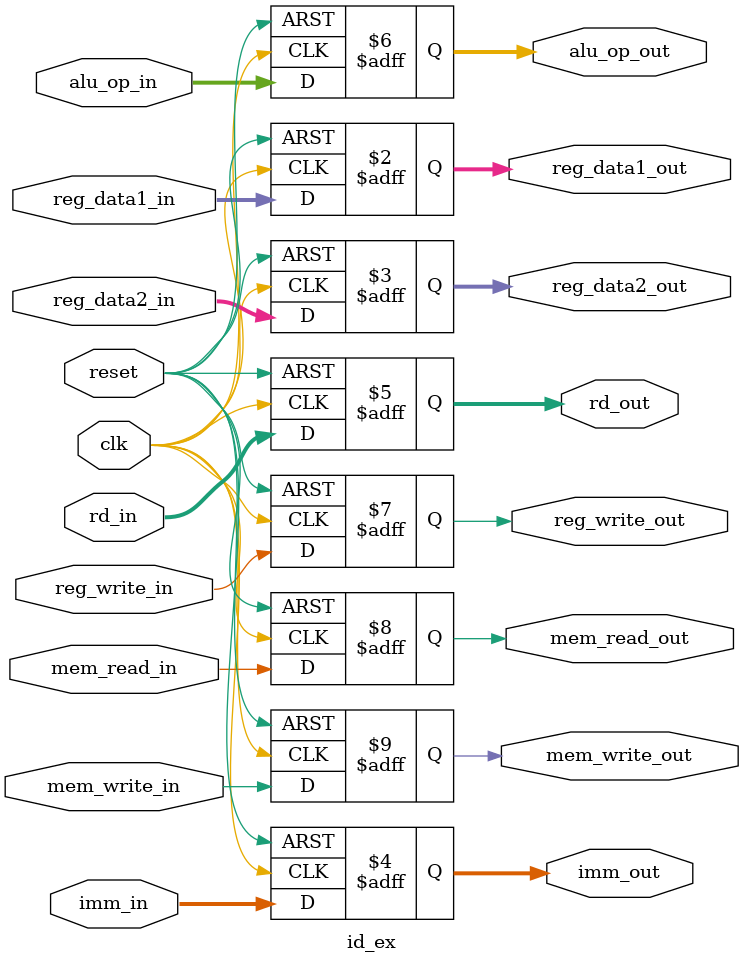
<source format=v>
module id_ex(
    input clk,
    input reset,
    input [15:0] reg_data1_in,
    input [15:0] reg_data2_in,
    input [15:0] imm_in,
    input [3:0] rd_in,
    input [3:0] alu_op_in,
    input reg_write_in,
    input mem_read_in,
    input mem_write_in,
    output reg [15:0] reg_data1_out,
    output reg [15:0] reg_data2_out,
    output reg [15:0] imm_out,
    output reg [3:0] rd_out,
    output reg [3:0] alu_op_out,
    output reg reg_write_out,
    output reg mem_read_out,
    output reg mem_write_out
);

always @(posedge clk or posedge reset) begin
    if (reset) begin
        reg_data1_out <= 16'b0;
        reg_data2_out <= 16'b0;
        imm_out <= 16'b0;
        rd_out <= 4'b0;
        alu_op_out <= 4'b0;
        reg_write_out <= 0;
        mem_read_out <= 0;
        mem_write_out <= 0;
    end else begin
        reg_data1_out <= reg_data1_in;
        reg_data2_out <= reg_data2_in;
        imm_out <= imm_in;
        rd_out <= rd_in;
        alu_op_out <= alu_op_in;
        reg_write_out <= reg_write_in;
        mem_read_out <= mem_read_in;
        mem_write_out <= mem_write_in;
    end
end

endmodule

</source>
